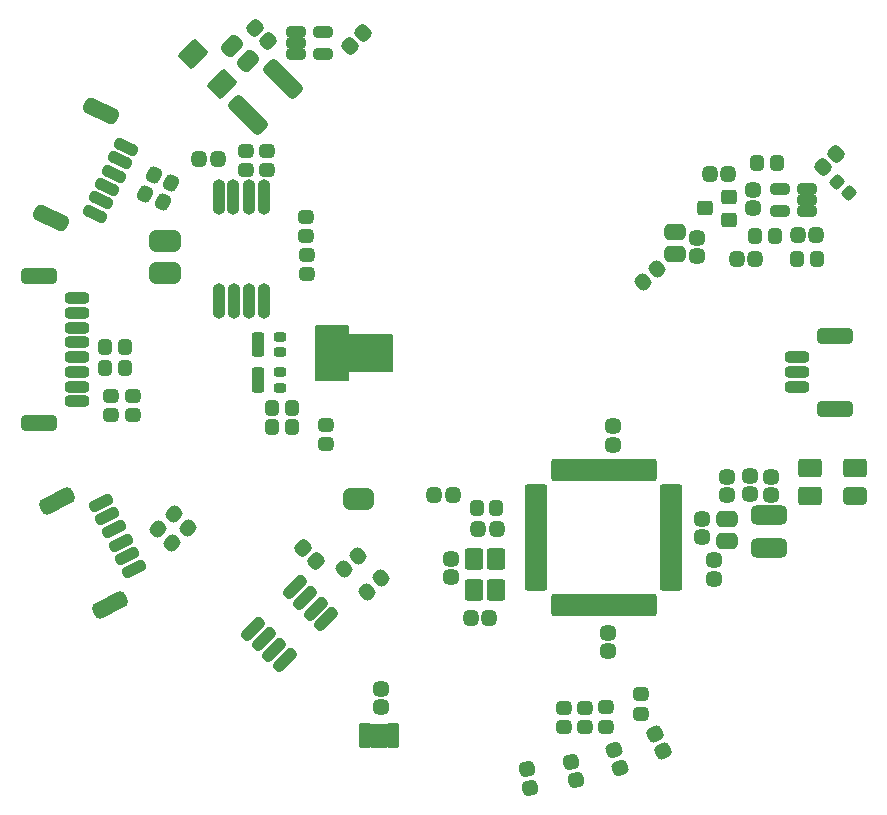
<source format=gbr>
%TF.GenerationSoftware,KiCad,Pcbnew,6.0.11+dfsg-1~bpo11+1*%
%TF.CreationDate,2023-06-13T12:56:10+00:00*%
%TF.ProjectId,USTTHUNDERMILLPCB01,55535454-4855-44e4-9445-524d494c4c50,rev?*%
%TF.SameCoordinates,Original*%
%TF.FileFunction,Soldermask,Top*%
%TF.FilePolarity,Negative*%
%FSLAX46Y46*%
G04 Gerber Fmt 4.6, Leading zero omitted, Abs format (unit mm)*
G04 Created by KiCad (PCBNEW 6.0.11+dfsg-1~bpo11+1) date 2023-06-13 12:56:10*
%MOMM*%
%LPD*%
G01*
G04 APERTURE LIST*
G04 Aperture macros list*
%AMRoundRect*
0 Rectangle with rounded corners*
0 $1 Rounding radius*
0 $2 $3 $4 $5 $6 $7 $8 $9 X,Y pos of 4 corners*
0 Add a 4 corners polygon primitive as box body*
4,1,4,$2,$3,$4,$5,$6,$7,$8,$9,$2,$3,0*
0 Add four circle primitives for the rounded corners*
1,1,$1+$1,$2,$3*
1,1,$1+$1,$4,$5*
1,1,$1+$1,$6,$7*
1,1,$1+$1,$8,$9*
0 Add four rect primitives between the rounded corners*
20,1,$1+$1,$2,$3,$4,$5,0*
20,1,$1+$1,$4,$5,$6,$7,0*
20,1,$1+$1,$6,$7,$8,$9,0*
20,1,$1+$1,$8,$9,$2,$3,0*%
%AMFreePoly0*
4,1,41,0.586777,0.930194,0.656366,0.874698,0.694986,0.794504,0.700000,0.750000,0.700000,-0.750000,0.680194,-0.836777,0.624698,-0.906366,0.544504,-0.944986,0.500000,-0.950000,0.000000,-0.950000,-0.023504,-0.944635,-0.083606,-0.943534,-0.139582,-0.934468,-0.274897,-0.892193,-0.326080,-0.867780,-0.444090,-0.789225,-0.486362,-0.751429,-0.577582,-0.642910,-0.607548,-0.594768,-0.664643,-0.465009,
-0.679893,-0.410393,-0.697476,-0.275933,-0.697084,-0.275882,-0.700000,-0.250000,-0.700000,0.250000,-0.697921,0.259109,-0.697582,0.286880,-0.675771,0.426957,-0.659192,0.481183,-0.598944,0.609508,-0.567811,0.656904,-0.473967,0.763162,-0.430783,0.799915,-0.310888,0.875563,-0.259125,0.898717,-0.122818,0.937674,-0.066635,0.945370,-0.042411,0.945222,0.000000,0.950000,0.500000,0.950000,
0.586777,0.930194,0.586777,0.930194,$1*%
%AMFreePoly1*
4,1,41,0.022678,0.944824,0.075125,0.944504,0.131210,0.936123,0.267031,0.895504,0.318507,0.871718,0.437469,0.794611,0.480202,0.757333,0.572740,0.649936,0.603290,0.602165,0.661967,0.473113,0.677883,0.418686,0.697980,0.278353,0.700000,0.250000,0.700000,-0.250000,0.699985,-0.252439,0.699836,-0.264655,0.697079,-0.295398,0.673559,-0.435199,0.656318,-0.489221,0.594506,-0.616800,
0.562797,-0.663810,0.467662,-0.768914,0.424032,-0.805137,0.303222,-0.879314,0.251181,-0.901834,0.114408,-0.939123,0.058135,-0.946132,0.037663,-0.945757,0.000000,-0.950000,-0.500000,-0.950000,-0.586777,-0.930194,-0.656366,-0.874698,-0.694986,-0.794504,-0.700000,-0.750000,-0.700000,0.750000,-0.680194,0.836777,-0.624698,0.906366,-0.544504,0.944986,-0.500000,0.950000,0.000000,0.950000,
0.022678,0.944824,0.022678,0.944824,$1*%
G04 Aperture macros list end*
%ADD10C,0.150000*%
%ADD11O,1.100000X3.000000*%
%ADD12RoundRect,0.400000X0.275000X-0.200000X0.275000X0.200000X-0.275000X0.200000X-0.275000X-0.200000X0*%
%ADD13RoundRect,0.400000X-0.275000X0.200000X-0.275000X-0.200000X0.275000X-0.200000X0.275000X0.200000X0*%
%ADD14RoundRect,0.400000X0.335876X0.053033X0.053033X0.335876X-0.335876X-0.053033X-0.053033X-0.335876X0*%
%ADD15RoundRect,0.425000X0.250000X-0.225000X0.250000X0.225000X-0.250000X0.225000X-0.250000X-0.225000X0*%
%ADD16RoundRect,0.450000X0.512652X0.159099X0.159099X0.512652X-0.512652X-0.159099X-0.159099X-0.512652X0*%
%ADD17RoundRect,0.418750X0.304135X-0.144974X0.190902X0.277619X-0.304135X0.144974X-0.190902X-0.277619X0*%
%ADD18RoundRect,0.418750X0.324689X-0.089959X0.139794X0.306551X-0.324689X0.089959X-0.139794X-0.306551X0*%
%ADD19RoundRect,0.400000X-0.200000X-0.275000X0.200000X-0.275000X0.200000X0.275000X-0.200000X0.275000X0*%
%ADD20RoundRect,0.418750X0.290343X-0.170929X0.214371X0.259924X-0.290343X0.170929X-0.214371X-0.259924X0*%
%ADD21RoundRect,0.400000X0.200000X0.275000X-0.200000X0.275000X-0.200000X-0.275000X0.200000X-0.275000X0*%
%ADD22RoundRect,0.400000X0.297482X0.164711X-0.065042X0.333758X-0.297482X-0.164711X0.065042X-0.333758X0*%
%ADD23RoundRect,0.450000X0.475000X-0.250000X0.475000X0.250000X-0.475000X0.250000X-0.475000X-0.250000X0*%
%ADD24RoundRect,0.450000X-0.475000X0.250000X-0.475000X-0.250000X0.475000X-0.250000X0.475000X0.250000X0*%
%ADD25RoundRect,0.350000X-0.477297X-0.689429X0.689429X0.477297X0.477297X0.689429X-0.689429X-0.477297X0*%
%ADD26RoundRect,0.350000X-0.571023X0.431779X-0.697808X0.159887X0.571023X-0.431779X0.697808X-0.159887X0*%
%ADD27RoundRect,0.450000X-0.891284X0.691457X-1.102593X0.238303X0.891284X-0.691457X1.102593X-0.238303X0*%
%ADD28FreePoly0,180.000000*%
%ADD29FreePoly1,180.000000*%
%ADD30RoundRect,0.200000X-0.325000X-0.200000X0.325000X-0.200000X0.325000X0.200000X-0.325000X0.200000X0*%
%ADD31RoundRect,0.425000X0.225000X0.250000X-0.225000X0.250000X-0.225000X-0.250000X0.225000X-0.250000X0*%
%ADD32RoundRect,0.200000X1.060660X0.141421X0.141421X1.060660X-1.060660X-0.141421X-0.141421X-1.060660X0*%
%ADD33RoundRect,0.425000X-0.250000X0.225000X-0.250000X-0.225000X0.250000X-0.225000X0.250000X0.225000X0*%
%ADD34RoundRect,0.450000X-1.075000X0.375000X-1.075000X-0.375000X1.075000X-0.375000X1.075000X0.375000X0*%
%ADD35RoundRect,0.425000X0.017678X-0.335876X0.335876X-0.017678X-0.017678X0.335876X-0.335876X0.017678X0*%
%ADD36RoundRect,0.350000X-0.512500X-0.150000X0.512500X-0.150000X0.512500X0.150000X-0.512500X0.150000X0*%
%ADD37RoundRect,0.200000X0.450000X0.400000X-0.450000X0.400000X-0.450000X-0.400000X0.450000X-0.400000X0*%
%ADD38RoundRect,0.200000X-0.775000X-0.575000X0.775000X-0.575000X0.775000X0.575000X-0.775000X0.575000X0*%
%ADD39RoundRect,0.200000X-0.775000X-0.525000X0.775000X-0.525000X0.775000X0.525000X-0.775000X0.525000X0*%
%ADD40RoundRect,0.200000X-0.750000X-0.275000X0.750000X-0.275000X0.750000X0.275000X-0.750000X0.275000X0*%
%ADD41RoundRect,0.200000X0.275000X-0.750000X0.275000X0.750000X-0.275000X0.750000X-0.275000X-0.750000X0*%
%ADD42RoundRect,0.200000X0.459619X0.035355X0.035355X0.459619X-0.459619X-0.035355X-0.035355X-0.459619X0*%
%ADD43RoundRect,0.425000X-0.225000X-0.250000X0.225000X-0.250000X0.225000X0.250000X-0.225000X0.250000X0*%
%ADD44RoundRect,0.400000X-0.053033X0.335876X-0.335876X0.053033X0.053033X-0.335876X0.335876X-0.053033X0*%
%ADD45RoundRect,0.350000X-0.691803X-0.184142X-0.555606X-0.451444X0.691803X0.184142X0.555606X0.451444X0*%
%ADD46RoundRect,0.450000X-1.093605X-0.276638X-0.866610X-0.722141X1.093605X0.276638X0.866610X0.722141X0*%
%ADD47RoundRect,0.350000X0.512500X0.150000X-0.512500X0.150000X-0.512500X-0.150000X0.512500X-0.150000X0*%
%ADD48RoundRect,0.200000X-0.600000X0.700000X-0.600000X-0.700000X0.600000X-0.700000X0.600000X0.700000X0*%
%ADD49RoundRect,0.350000X0.700000X-0.150000X0.700000X0.150000X-0.700000X0.150000X-0.700000X-0.150000X0*%
%ADD50RoundRect,0.450000X1.100000X-0.250000X1.100000X0.250000X-1.100000X0.250000X-1.100000X-0.250000X0*%
%ADD51RoundRect,0.425000X-0.017678X0.335876X-0.335876X0.017678X0.017678X-0.335876X0.335876X-0.017678X0*%
%ADD52RoundRect,0.425000X0.335876X0.017678X0.017678X0.335876X-0.335876X-0.017678X-0.017678X-0.335876X0*%
%ADD53RoundRect,0.450000X0.804334X-1.246276X1.246276X-0.804334X-0.804334X1.246276X-1.246276X0.804334X0*%
%ADD54RoundRect,0.200000X0.300000X0.150000X-0.300000X0.150000X-0.300000X-0.150000X0.300000X-0.150000X0*%
%ADD55RoundRect,0.200000X0.500000X0.850000X-0.500000X0.850000X-0.500000X-0.850000X0.500000X-0.850000X0*%
%ADD56RoundRect,0.350000X-0.700000X0.150000X-0.700000X-0.150000X0.700000X-0.150000X0.700000X0.150000X0*%
%ADD57RoundRect,0.450000X-1.100000X0.250000X-1.100000X-0.250000X1.100000X-0.250000X1.100000X0.250000X0*%
%ADD58RoundRect,0.418750X0.315613X-0.117915X0.165979X0.293200X-0.315613X0.117915X-0.165979X-0.293200X0*%
G04 APERTURE END LIST*
D10*
X-7493200Y1544000D02*
X-12593200Y1544000D01*
X-12593200Y1544000D02*
X-12593200Y-1556000D01*
X-12593200Y-1556000D02*
X-7493200Y-1556000D01*
X-7493200Y-1556000D02*
X-7493200Y1544000D01*
G36*
X-7493200Y1544000D02*
G01*
X-12593200Y1544000D01*
X-12593200Y-1556000D01*
X-7493200Y-1556000D01*
X-7493200Y1544000D01*
G37*
X-13893200Y2294000D02*
X-11193200Y2294000D01*
X-11193200Y2294000D02*
X-11193200Y-2256000D01*
X-11193200Y-2256000D02*
X-13893200Y-2256000D01*
X-13893200Y-2256000D02*
X-13893200Y2294000D01*
G36*
X-13893200Y2294000D02*
G01*
X-11193200Y2294000D01*
X-11193200Y-2256000D01*
X-13893200Y-2256000D01*
X-13893200Y2294000D01*
G37*
X-7493200Y1544000D02*
X-12593200Y1544000D01*
X-12593200Y1544000D02*
X-12593200Y-1556000D01*
X-12593200Y-1556000D02*
X-7493200Y-1556000D01*
X-7493200Y-1556000D02*
X-7493200Y1544000D01*
G36*
X-7493200Y1544000D02*
G01*
X-12593200Y1544000D01*
X-12593200Y-1556000D01*
X-7493200Y-1556000D01*
X-7493200Y1544000D01*
G37*
X-13893200Y2294000D02*
X-11193200Y2294000D01*
X-11193200Y2294000D02*
X-11193200Y-2256000D01*
X-11193200Y-2256000D02*
X-13893200Y-2256000D01*
X-13893200Y-2256000D02*
X-13893200Y2294000D01*
G36*
X-13893200Y2294000D02*
G01*
X-11193200Y2294000D01*
X-11193200Y-2256000D01*
X-13893200Y-2256000D01*
X-13893200Y2294000D01*
G37*
D11*
%TO.C,U4*%
X-22170000Y4400000D03*
X-20900000Y4400000D03*
X-19630000Y4400000D03*
X-18355000Y4400000D03*
X-18360000Y13200000D03*
X-19630000Y13200000D03*
X-20965000Y13200000D03*
X-22170000Y13200000D03*
%TD*%
D12*
%TO.C,R5*%
X8884000Y-31695400D03*
X8884000Y-30045400D03*
%TD*%
D13*
%TO.C,R26*%
X-13100000Y-6075000D03*
X-13100000Y-7725000D03*
%TD*%
D14*
%TO.C,R16*%
X-24771000Y-14815000D03*
X-25937726Y-13648274D03*
%TD*%
D15*
%TO.C,C14*%
X20919200Y-12015000D03*
X20919200Y-10465000D03*
%TD*%
D16*
%TO.C,C6*%
X-19691000Y24682000D03*
X-21034502Y26025502D03*
%TD*%
D17*
%TO.C,D3*%
X8071820Y-36149667D03*
X7664180Y-34628333D03*
%TD*%
D12*
%TO.C,R21*%
X13583000Y-30562000D03*
X13583000Y-28912000D03*
%TD*%
%TO.C,R9*%
X-14800000Y9900000D03*
X-14800000Y11550000D03*
%TD*%
D18*
%TO.C,D6*%
X15439812Y-33689717D03*
X14774188Y-32262283D03*
%TD*%
D19*
%TO.C,R3*%
X26810200Y7979600D03*
X28460200Y7979600D03*
%TD*%
%TO.C,R1*%
X23445200Y16107600D03*
X25095200Y16107600D03*
%TD*%
D20*
%TO.C,D4*%
X4194748Y-36799536D03*
X3921252Y-35248464D03*
%TD*%
D21*
%TO.C,R8*%
X-15975000Y-6300000D03*
X-17625000Y-6300000D03*
%TD*%
D22*
%TO.C,R24*%
X-26154592Y14352680D03*
X-27650000Y15050000D03*
%TD*%
D15*
%TO.C,C10*%
X18300000Y8175000D03*
X18300000Y9725000D03*
%TD*%
D23*
%TO.C,C9*%
X16500000Y8350000D03*
X16500000Y10250000D03*
%TD*%
D24*
%TO.C,C21*%
X20900800Y-14040000D03*
X20900800Y-15940000D03*
%TD*%
D25*
%TO.C,U9*%
X-19232128Y-23346051D03*
X-18334102Y-24244076D03*
X-17436076Y-25142102D03*
X-16538051Y-26040128D03*
X-13037872Y-22539949D03*
X-13935898Y-21641924D03*
X-14833924Y-20743898D03*
X-15731949Y-19845872D03*
%TD*%
D13*
%TO.C,R7*%
X-18100000Y17100000D03*
X-18100000Y15450000D03*
%TD*%
D26*
%TO.C,J1*%
X-30002649Y17450368D03*
X-30530921Y16317483D03*
X-31059194Y15184599D03*
X-31587467Y14051714D03*
X-32115740Y12918829D03*
X-32644013Y11785944D03*
D27*
X-32120990Y20479416D03*
X-36326041Y11461653D03*
%TD*%
D15*
%TO.C,C19*%
X11220000Y-7775000D03*
X11220000Y-6225000D03*
%TD*%
D28*
%TO.C,JP3*%
X-26050000Y6800000D03*
D29*
X-27350000Y6800000D03*
%TD*%
D30*
%TO.C,U10*%
X-18850000Y-1650000D03*
X-18850000Y-2300000D03*
X-18850000Y-2950000D03*
X-16950000Y-2950000D03*
X-16950000Y-1650000D03*
%TD*%
D31*
%TO.C,C17*%
X725000Y-22420000D03*
X-825000Y-22420000D03*
%TD*%
D32*
%TO.C,D2*%
X-21882563Y22809563D03*
X-24357437Y25284437D03*
%TD*%
D33*
%TO.C,C15*%
X-2500000Y-17425000D03*
X-2500000Y-18975000D03*
%TD*%
D34*
%TO.C,L1*%
X24400000Y-13700000D03*
X24400000Y-16500000D03*
%TD*%
D28*
%TO.C,JP2*%
X-26050000Y9500000D03*
D29*
X-27350000Y9500000D03*
%TD*%
D35*
%TO.C,C8*%
X-11048008Y26001992D03*
X-9951992Y27098008D03*
%TD*%
D21*
%TO.C,R19*%
X-30125000Y500000D03*
X-31775000Y500000D03*
%TD*%
D36*
%TO.C,U3*%
X-15637500Y27200000D03*
X-15637500Y26250000D03*
X-15637500Y25300000D03*
X-13362500Y25300000D03*
X-13362500Y27200000D03*
%TD*%
D37*
%TO.C,U1*%
X21060000Y11286000D03*
X21060000Y13186000D03*
X19060000Y12236000D03*
%TD*%
D21*
%TO.C,R10*%
X-15975000Y-4700000D03*
X-17625000Y-4700000D03*
%TD*%
D33*
%TO.C,C18*%
X10789000Y-23692000D03*
X10789000Y-25242000D03*
%TD*%
D28*
%TO.C,JP1*%
X-9650000Y-12400000D03*
D29*
X-10950000Y-12400000D03*
%TD*%
D38*
%TO.C,SW1*%
X31700000Y-9750000D03*
X27900000Y-9750000D03*
X27900000Y-12150000D03*
D39*
X31700000Y-12150000D03*
%TD*%
D30*
%TO.C,U11*%
X-18850000Y1350000D03*
X-18850000Y700000D03*
X-18850000Y50000D03*
X-16950000Y50000D03*
X-16950000Y1350000D03*
%TD*%
D40*
%TO.C,U8*%
X4750800Y-11630000D03*
X4750800Y-12430000D03*
X4750800Y-13230000D03*
X4750800Y-14030000D03*
X4750800Y-14830000D03*
X4750800Y-15630000D03*
X4750800Y-16430000D03*
X4750800Y-17230000D03*
X4750800Y-18030000D03*
X4750800Y-18830000D03*
X4750800Y-19630000D03*
D41*
X6450800Y-21330000D03*
X7250800Y-21330000D03*
X8050800Y-21330000D03*
X8850800Y-21330000D03*
X9650800Y-21330000D03*
X10450800Y-21330000D03*
X11250800Y-21330000D03*
X12050800Y-21330000D03*
X12850800Y-21330000D03*
X13650800Y-21330000D03*
X14450800Y-21330000D03*
D40*
X16150800Y-19630000D03*
X16150800Y-18830000D03*
X16150800Y-18030000D03*
X16150800Y-17230000D03*
X16150800Y-16430000D03*
X16150800Y-15630000D03*
X16150800Y-14830000D03*
X16150800Y-14030000D03*
X16150800Y-13230000D03*
X16150800Y-12430000D03*
X16150800Y-11630000D03*
D41*
X14450800Y-9930000D03*
X13650800Y-9930000D03*
X12850800Y-9930000D03*
X12050800Y-9930000D03*
X11250800Y-9930000D03*
X10450800Y-9930000D03*
X9650800Y-9930000D03*
X8850800Y-9930000D03*
X8050800Y-9930000D03*
X7250800Y-9930000D03*
X6450800Y-9930000D03*
%TD*%
D42*
%TO.C,D1*%
X30233025Y14508975D03*
X31222975Y13519025D03*
%TD*%
D43*
%TO.C,C4*%
X26860200Y10011600D03*
X28410200Y10011600D03*
%TD*%
D44*
%TO.C,R13*%
X-10344637Y-17152637D03*
X-11511363Y-18319363D03*
%TD*%
D13*
%TO.C,R6*%
X-19878000Y17100000D03*
X-19878000Y15450000D03*
%TD*%
D33*
%TO.C,C16*%
X19750000Y-17575000D03*
X19750000Y-19125000D03*
%TD*%
D43*
%TO.C,C3*%
X21698000Y7918000D03*
X23248000Y7918000D03*
%TD*%
D45*
%TO.C,J6*%
X-32161358Y-12714722D03*
X-31593870Y-13828480D03*
X-31026382Y-14942238D03*
X-30458894Y-16055997D03*
X-29891406Y-17169755D03*
X-29323918Y-18283513D03*
D46*
X-31335256Y-21384645D03*
X-35852462Y-12519130D03*
%TD*%
D44*
%TO.C,R12*%
X-8439637Y-19057637D03*
X-9606363Y-20224363D03*
%TD*%
D33*
%TO.C,C23*%
X18750800Y-14040000D03*
X18750800Y-15590000D03*
%TD*%
D47*
%TO.C,U2*%
X27629700Y11982600D03*
X27629700Y12932600D03*
X27629700Y13882600D03*
X25354700Y13882600D03*
X25354700Y11982600D03*
%TD*%
D48*
%TO.C,Y1*%
X-558400Y-17441400D03*
X-558400Y-20041400D03*
X1341600Y-20041400D03*
X1341600Y-17441400D03*
%TD*%
D31*
%TO.C,C22*%
X-22250000Y16400000D03*
X-23800000Y16400000D03*
%TD*%
D49*
%TO.C,J2*%
X26846000Y-2882400D03*
X26846000Y-1632400D03*
X26846000Y-382400D03*
D50*
X30046000Y1467600D03*
X30046000Y-4732400D03*
%TD*%
D19*
%TO.C,R2*%
X23254200Y9884600D03*
X24904200Y9884600D03*
%TD*%
D31*
%TO.C,C1*%
X20962000Y15157000D03*
X19412000Y15157000D03*
%TD*%
D12*
%TO.C,R22*%
X-29450000Y-5275000D03*
X-29450000Y-3625000D03*
%TD*%
%TO.C,R23*%
X-31300000Y-5275000D03*
X-31300000Y-3625000D03*
%TD*%
D13*
%TO.C,R11*%
X-14700000Y8325000D03*
X-14700000Y6675000D03*
%TD*%
D12*
%TO.C,R18*%
X10662000Y-31642000D03*
X10662000Y-29992000D03*
%TD*%
D33*
%TO.C,C5*%
X23063200Y13821600D03*
X23063200Y12271600D03*
%TD*%
D31*
%TO.C,C20*%
X1375000Y-14870000D03*
X-175000Y-14870000D03*
%TD*%
D43*
%TO.C,C25*%
X-3900000Y-12000000D03*
X-2350000Y-12000000D03*
%TD*%
D22*
%TO.C,R25*%
X-26900000Y12750000D03*
X-28395408Y13447320D03*
%TD*%
D15*
%TO.C,C11*%
X-8400000Y-30000000D03*
X-8400000Y-28450000D03*
%TD*%
D51*
%TO.C,C2*%
X30133008Y16848008D03*
X29036992Y15751992D03*
%TD*%
D15*
%TO.C,C13*%
X22799200Y-11985000D03*
X22799200Y-10435000D03*
%TD*%
D14*
%TO.C,R17*%
X-26144274Y-16108726D03*
X-27311000Y-14942000D03*
%TD*%
D21*
%TO.C,R20*%
X-30125000Y-1300000D03*
X-31775000Y-1300000D03*
%TD*%
%TO.C,R14*%
X1365000Y-13170000D03*
X-285000Y-13170000D03*
%TD*%
D52*
%TO.C,C24*%
X-13951992Y-17648008D03*
X-15048008Y-16551992D03*
%TD*%
D53*
%TO.C,F1*%
X-19711441Y20138559D03*
X-16688559Y23161441D03*
%TD*%
D12*
%TO.C,R15*%
X7106000Y-31705000D03*
X7106000Y-30055000D03*
%TD*%
D52*
%TO.C,C7*%
X-17999992Y26419992D03*
X-19096008Y27516008D03*
%TD*%
D44*
%TO.C,R4*%
X14933363Y7133363D03*
X13766637Y5966637D03*
%TD*%
D54*
%TO.C,U7*%
X-7400000Y-33150000D03*
X-7400000Y-32650000D03*
X-7400000Y-32150000D03*
X-7400000Y-31650000D03*
X-9800000Y-31650000D03*
X-9800000Y-32150000D03*
X-9800000Y-32650000D03*
X-9800000Y-33150000D03*
D55*
X-8600000Y-32400000D03*
%TD*%
D15*
%TO.C,C12*%
X24600000Y-12025000D03*
X24600000Y-10475000D03*
%TD*%
D56*
%TO.C,J5*%
X-34131516Y4651871D03*
X-34131516Y3401871D03*
X-34131516Y2151871D03*
X-34131516Y901871D03*
X-34131516Y-348129D03*
X-34131516Y-1598129D03*
X-34131516Y-2848129D03*
X-34131516Y-4098129D03*
D57*
X-37331516Y-5948129D03*
X-37331516Y6501871D03*
%TD*%
D58*
%TO.C,D5*%
X11820341Y-35113008D03*
X11281659Y-33632992D03*
%TD*%
M02*

</source>
